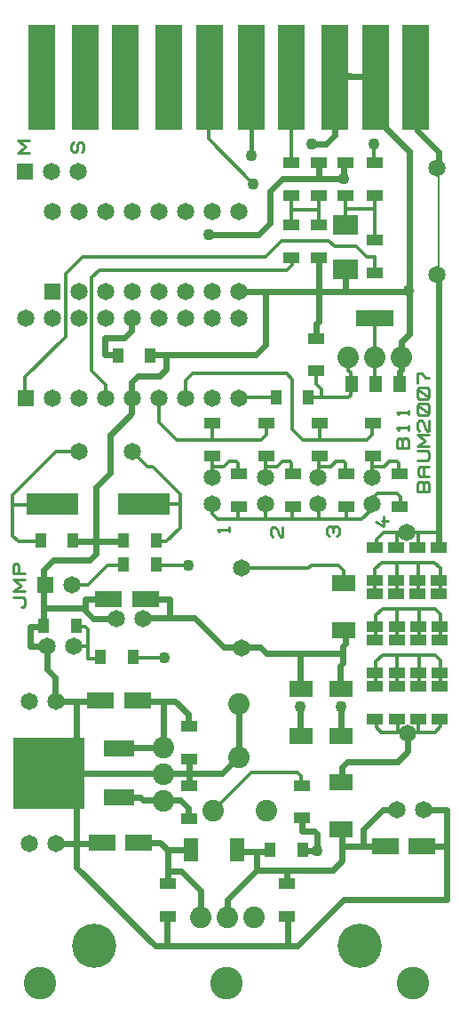
<source format=gbr>
*
%LPD*%
%LNtop*%
%FSLAX25Y25*%
%MOIN*%
%AD*%
%AD*%
%ADD10C,0.01*%
%ADD12C,0.122047244*%
%ADD13C,0.165354331*%
%ADD14C,0.080708661*%
%ADD17C,0.06496063*%
%ADD18R,0.06496063X0.06496063*%
%ADD20C,0.043307087*%
%ADD21C,0.023622047*%
%ADD22C,0.012795276*%
%ADD24R,0.102362205X0.393700787*%
%ADD25C,0.015748031*%
%ADD26R,0.059055118X0.039370079*%
%ADD27R,0.039370079X0.057086614*%
%ADD28R,0.047244094X0.059055118*%
%ADD29R,0.141732283X0.062992126*%
%ADD30R,0.094488189X0.07480315*%
%ADD31R,0.086614173X0.059055118*%
%ADD32R,0.098425197X0.062992126*%
%ADD33R,0.05511811X0.090551181*%
%ADD34R,0.118110236X0.062992126*%
%ADD35R,0.267716535X0.267716535*%
%ADD36R,0.196850394X0.078740157*%
%ADD37C,0.005*%
G4_NETID=0x54c0b2c0*
G54D17*
%SRX1Y1I0.0J0.0*%
G4_N42*
G1X-204848Y193846D3*
G4_N44*
G1X-194848Y193846D3*
G4_N45*
G1X-184848Y193846D3*
G4_N46*
G1X-174848Y193846D3*
G4_N47*
G1X-164848Y193846D3*
G4_N48*
G1X-154848Y193846D3*
G4_N49*
G1X-144848Y193846D3*
G4_N8*
G1X-134848Y193846D3*
G4_N35*
G54D18*
G1X-204848Y163846D3*
G4_N36*
G54D17*
G1X-194848Y163846D3*
G4_N37*
G1X-184848Y163846D3*
G4_N38*
G1X-174848Y163846D3*
G4_N39*
G1X-164848Y163846D3*
G4_N40*
G1X-154848Y163846D3*
G4_N41*
G1X-144848Y163846D3*
G4_N64*
G1X-134848Y163846D3*
G4_N36*
G1X-204848Y153846D3*
G4_N21*
G1X-194848Y153846D3*
G4_N22*
G1X-184848Y153846D3*
G4_N12*
G1X-174848Y153846D3*
G4_N38*
G1X-164848Y153846D3*
G4_N39*
G1X-154848Y153846D3*
G4_N40*
G1X-144848Y153846D3*
G4_N41*
G1X-134848Y153846D3*
G4_N13*
G1X-204848Y123846D3*
G4_N17*
G1X-194848Y123846D3*
G4_N25*
G1X-184848Y123846D3*
G4_N64*
G1X-174848Y123846D3*
G4_N26*
G1X-164848Y123846D3*
G4_N27*
G1X-154848Y123846D3*
G4_N19*
G1X-144848Y123846D3*
G4_N29*
G1X-134848Y123846D3*
G4_N43*
G1X-205040Y208859D3*
G4_N44*
G1X-195040Y208859D3*
G4_N42*
G54D18*
G1X-215040Y208859D3*
G4_N64*
G54D14*
G1X-73692Y139280D3*
G4_N18*
G1X-83692Y139280D3*
G4_N33*
G1X-93692Y139280D3*
G4_N28*
G54D17*
G1X-144908Y94272D3*
G4_N19*
G1X-144908Y84272D3*
G4_N30*
G1X-124906Y94272D3*
G4_N19*
G1X-124906Y84272D3*
G1X-104971Y84219D3*
G4_N31*
G1X-104971Y94219D3*
G4_N32*
G1X-84874Y94184D3*
G4_N19*
G1X-84874Y84184D3*
G4_N14*
G1X-71811Y73339D3*
G4_N11*
G1X-71568Y-1806D3*
G4_N2*
G1X-75450Y-30556D3*
G4_N64*
G1X-65450Y-30556D3*
G4_N14*
G54D20*
G1X-111663Y8155D3*
G4_N8*
G1X-96436Y8167D3*
G4_N3*
G1X-105540Y-45842D3*
G4_N13*
G1X-162617Y26445D3*
G4_N12*
G1X-153747Y61043D3*
G4_N64*
G1X-71042Y164215D3*
G4_N18*
G1X-129396Y204270D3*
G4_N9*
G1X-130065Y214947D3*
G4_N64*
G1X-107336Y219201D3*
G4_N50*
G1X-84047Y219104D3*
G4_N12*
G1X-95277Y206089D3*
G1X-146136Y185067D3*
G4_N14*
G54D17*
G1X-60311Y210206D3*
G1X-60311Y170206D3*
G4_N22*
G1X-174879Y103949D3*
G4_N21*
G1X-194879Y103949D3*
G4_N64*
G54D18*
G1X-207487Y53889D3*
G4_N17*
G54D17*
G1X-197487Y53889D3*
G4_N63*
G1X-196700Y30868D3*
G4_N64*
G1X-206700Y30868D3*
G1X-203543Y10002D3*
G4_N12*
G1X-213543Y10002D3*
G4_N9*
G1X-170744Y41025D3*
G4_N64*
G1X-180744Y41025D3*
G4_N12*
G54D14*
G1X-163044Y-7034D3*
G4_N64*
G1X-163044Y-17034D3*
G4_N9*
G1X-163044Y-27034D3*
G4_N10*
G1X-144594Y-30841D3*
G4_N64*
G1X-124594Y-30841D3*
G1X-134792Y-10768D3*
G1X-134792Y9232D3*
G4_N2*
G1X-139107Y-70765D3*
G4_N8*
G1X-149107Y-70765D3*
G4_N3*
G1X-129107Y-70765D3*
G4_N64*
G54D17*
G1X-203542Y-43118D3*
G4_N8*
G1X-213542Y-43118D3*
G4_N18*
G1X-133821Y60023D3*
G4_N9*
G1X-133821Y30023D3*
G4_N35*
G1X-214844Y153847D3*
G4_N24*
G54D18*
G1X-214844Y123847D3*
G4_N1*
G54D13*
G1X-189198Y-81372D3*
G4_N4*
G1X-89317Y-81371D3*
G4_N5*
G54D12*
G1X-209303Y-95600D3*
G4_N6*
G1X-139491Y-95617D3*
G4_N7*
G1X-69298Y-95600D3*
G4_N55*
G54D24*
G1X-208858Y244291D3*
G4_N56*
G1X-192520Y244291D3*
G4_N57*
G1X-177362Y244291D3*
G4_N58*
G1X-161024Y244291D3*
G4_N18*
G1X-145866Y244291D3*
G4_N9*
G1X-130118Y244291D3*
G4_N52*
G1X-114961Y244291D3*
G4_N64*
G1X-98622Y244291D3*
G1X-83465Y244291D3*
G4_N14*
G1X-68307Y244291D3*
G1X-93110Y244488D2*
G4_N64*
G54D21*
G1X-87992Y244488D1*
G1X-130118Y214961D2*
G4_N9*
G54D25*
G1X-130118Y226575D1*
G1X-129412Y204284D2*
G4_N18*
G54D22*
G1X-146254Y221126D1*
G1X-146254Y225132D1*
G1X-107359Y219203D2*
G4_N64*
G54D21*
G1X-102222Y219203D1*
G1X-98861Y222580D1*
G1X-98861Y226425D1*
G4_N51*
G54D26*
G1X-114961Y199803D3*
G4_N52*
G1X-114961Y212008D3*
G4_N51*
G1X-104921Y199803D3*
G4_N12*
G1X-104921Y212008D3*
G4_N53*
G1X-94882Y199802D3*
G4_N12*
G1X-94882Y212007D3*
G4_N53*
G1X-83859Y199801D3*
G4_N50*
G1X-83859Y212006D3*
G4_N25*
G1X-114961Y176575D3*
G4_N51*
G1X-114961Y188780D3*
G4_N64*
G1X-104921Y176575D3*
G4_N51*
G1X-104921Y188780D3*
G4_N24*
G1X-83661Y170866D3*
G4_N53*
G1X-83661Y183071D3*
G4_N33*
G1X-105709Y134055D3*
G4_N64*
G1X-105709Y146260D3*
G4_N32*
G1X-84449Y102165D3*
G4_N27*
G1X-84449Y114370D3*
G4_N31*
G1X-104528Y102165D3*
G4_N27*
G1X-104528Y114370D3*
G4_N30*
G1X-124606Y102165D3*
G4_N26*
G1X-124606Y114370D3*
G4_N28*
G1X-144685Y102165D3*
G4_N26*
G1X-144685Y114370D3*
G4_N33*
G54D27*
G1X-108661Y124213D3*
G4_N29*
G1X-120866Y124213D3*
G4_N33*
G54D28*
G1X-92520Y129134D3*
G4_N18*
G1X-83465Y129134D3*
G4_N64*
G1X-74409Y129134D3*
G54D27*
G1X-168024Y139764D3*
G4_N12*
G1X-180229Y139764D3*
G4_N18*
G54D29*
G1X-83661Y153740D3*
G4_N64*
G54D30*
G1X-94882Y172244D3*
G4_N53*
G1X-94882Y188780D3*
G4_N19*
G54D26*
G1X-74409Y83268D3*
G4_N32*
G1X-74409Y95472D3*
G4_N19*
G1X-94488Y83268D3*
G4_N31*
G1X-94488Y95472D3*
G4_N19*
G1X-114567Y83268D3*
G4_N30*
G1X-114567Y95472D3*
G4_N19*
G1X-134646Y83268D3*
G4_N28*
G1X-134646Y95472D3*
G4_N20*
G1X-83661Y55512D3*
G4_N14*
G1X-83661Y67717D3*
G4_N16*
G1X-83661Y38189D3*
G4_N20*
G1X-83661Y50394D3*
G4_N15*
G1X-83661Y20866D3*
G4_N16*
G1X-83661Y33071D3*
G4_N11*
G1X-83661Y3543D3*
G4_N15*
G1X-83661Y15748D3*
G4_N20*
G1X-75787Y55512D3*
G4_N14*
G1X-75787Y67717D3*
G4_N16*
G1X-75591Y38189D3*
G4_N20*
G1X-75787Y50394D3*
G4_N15*
G1X-75591Y20866D3*
G4_N16*
G1X-75591Y33071D3*
G4_N11*
G1X-75591Y3543D3*
G4_N15*
G1X-75591Y15748D3*
G4_N20*
G1X-67717Y55512D3*
G4_N14*
G1X-67717Y67717D3*
G4_N16*
G1X-67520Y38189D3*
G4_N20*
G1X-67717Y50394D3*
G4_N15*
G1X-67520Y20866D3*
G4_N16*
G1X-67520Y33071D3*
G4_N11*
G1X-67520Y3544D3*
G4_N15*
G1X-67520Y15748D3*
G4_N20*
G1X-59646Y55510D3*
G4_N14*
G1X-59646Y67715D3*
G4_N16*
G1X-59449Y38188D3*
G4_N20*
G1X-59646Y50392D3*
G4_N15*
G1X-59449Y20865D3*
G4_N16*
G1X-59449Y33069D3*
G4_N11*
G1X-59449Y3542D3*
G4_N15*
G1X-59449Y15747D3*
G4_N18*
G54D31*
G1X-95472Y54528D3*
G4_N9*
G1X-95472Y36811D3*
G1X-111417Y14961D3*
G4_N14*
G1X-111417Y-2756D3*
G4_N9*
G1X-96457Y14961D3*
G4_N8*
G1X-96457Y-2756D3*
G4_N11*
G1X-96457Y-20276D3*
G4_N2*
G1X-96457Y-37992D3*
G54D32*
G1X-79724Y-44291D3*
G4_N64*
G1X-65945Y-44291D3*
G4_N3*
G54D26*
G1X-111220Y-33661D3*
G4_N10*
G1X-111220Y-21457D3*
G4_N64*
G1X-116929Y-70472D3*
G4_N2*
G1X-116929Y-58268D3*
G4_N64*
G1X-161417Y-70472D3*
G4_N8*
G1X-161417Y-58268D3*
G4_N64*
G1X-153543Y-11417D3*
G4_N12*
G1X-153543Y787D3*
G4_N9*
G1X-153543Y-33858D3*
G4_N64*
G1X-153543Y-21654D3*
G4_N3*
G54D27*
G1X-110827Y-45669D3*
G4_N2*
G1X-123031Y-45669D3*
G4_N8*
G54D33*
G1X-152756Y-45669D3*
G4_N2*
G1X-135433Y-45669D3*
G4_N64*
G54D32*
G1X-186220Y-42913D3*
G4_N8*
G1X-172441Y-42913D3*
G4_N9*
G54D34*
G1X-179724Y-25787D3*
G4_N12*
G1X-179724Y-7677D3*
G4_N64*
G54D35*
G1X-206102Y-16732D3*
G54D32*
G1X-186614Y10433D3*
G4_N12*
G1X-172835Y10433D3*
G4_N64*
G1X-183661Y48425D3*
G4_N9*
G1X-169882Y48425D3*
G4_N13*
G54D27*
G1X-174606Y26772D3*
G4_N63*
G1X-186811Y26772D3*
G1X-195866Y38386D3*
G4_N64*
G1X-208071Y38386D3*
G1X-197047Y70472D3*
G4_N21*
G1X-209252Y70472D3*
G4_N22*
G1X-165748Y70472D3*
G4_N64*
G1X-177953Y70472D3*
G4_N12*
G1X-165748Y61614D3*
G4_N17*
G1X-177953Y61614D3*
G4_N22*
G54D36*
G1X-170276Y84252D3*
G4_N21*
G1X-204921Y84252D3*
G1X-115157Y212008D2*
G4_N52*
G54D22*
G1X-115157Y225591D1*
G1X-84055Y219094D2*
G4_N50*
G1X-84055Y212598D1*
G1X-95276Y210236D2*
G4_N12*
G54D21*
G1X-95276Y206102D1*
G1X-104724Y206102D1*
G1X-104724Y210827D1*
G1X-104724Y206102D2*
G1X-118504Y206102D1*
G1X-123031Y201575D1*
G1X-123031Y189567D1*
G1X-127559Y185039D1*
G1X-146063Y185039D1*
G1X-135236Y163780D2*
G4_N64*
G1X-70866Y163780D1*
G1X-70866Y216339D1*
G1X-80118Y225591D1*
G1X-70866Y163780D2*
G1X-70866Y147835D1*
G1X-73622Y145079D1*
G1X-73622Y139370D1*
G1X-105709Y146260D2*
G1X-105709Y151772D1*
G1X-104921Y152559D1*
G1X-104921Y176378D1*
G1X-94882Y168898D2*
G1X-94882Y164173D1*
G1X-124803Y162795D2*
G1X-124803Y143898D1*
G1X-128543Y140157D1*
G1X-167520Y140157D1*
G1X-162008Y139173D2*
G1X-162008Y134646D1*
G1X-164567Y132087D1*
G1X-172638Y132087D1*
G1X-175000Y129724D1*
G1X-175000Y118110D1*
G1X-182874Y110236D1*
G1X-183071Y110039D1*
G1X-183071Y95866D1*
G1X-188386Y90551D1*
G1X-188386Y70079D1*
G1X-195472Y70079D1*
G1X-188386Y70079D2*
G1X-179528Y70079D1*
G1X-188386Y70079D2*
G1X-188386Y65551D1*
G1X-190748Y63189D1*
G1X-204331Y63189D1*
G1X-207480Y60039D1*
G1X-208071Y59449D1*
G1X-208071Y37598D1*
G1X-208071Y38189D1*
G1X-212992Y38189D1*
G1X-212992Y30906D1*
G1X-206693Y30906D1*
G1X-206693Y22047D1*
G1X-203740Y19094D1*
G1X-203740Y10039D1*
G1X-187598Y10039D1*
G1X-195669Y10039D2*
G1X-195669Y-16535D1*
G1X-195669Y-43307D1*
G1X-203150Y-43307D1*
G1X-195669Y-43307D2*
G1X-188976Y-43307D1*
G1X-195669Y-43307D2*
G1X-195669Y-52165D1*
G1X-166142Y-81693D1*
G1X-161614Y-81693D1*
G1X-161614Y-71063D1*
G1X-161614Y-81693D2*
G1X-116339Y-81693D1*
G1X-116339Y-70669D1*
G1X-116339Y-81693D2*
G1X-112795Y-81693D1*
G1X-95276Y-64173D1*
G1X-56890Y-64173D1*
G1X-56890Y-44094D1*
G1X-61811Y-44094D1*
G1X-56890Y-44094D2*
G1X-56890Y-30512D1*
G1X-65551Y-30512D1*
G1X-75591Y-30512D2*
G4_N2*
G1X-80906Y-30512D1*
G1X-88189Y-37795D1*
G1X-88189Y-44094D1*
G1X-82874Y-44094D1*
G1X-88189Y-44094D2*
G1X-96063Y-44094D1*
G1X-96063Y-38583D1*
G1X-96063Y-44094D2*
G1X-96063Y-49606D1*
G1X-99606Y-53150D1*
G1X-116929Y-53150D1*
G1X-116929Y-57480D1*
G1X-116929Y-53150D2*
G1X-128150Y-53150D1*
G1X-128150Y-46063D1*
G1X-134055Y-46063D1*
G1X-127953Y-46063D2*
G1X-124016Y-46063D1*
G1X-128150Y-53150D2*
G1X-139173Y-64173D1*
G1X-139173Y-70866D1*
G1X-149213Y-70669D2*
G4_N8*
G1X-149213Y-60827D1*
G1X-156496Y-53543D1*
G1X-161417Y-53543D1*
G1X-161417Y-58071D1*
G1X-161417Y-53543D2*
G1X-161417Y-45669D1*
G1X-154528Y-45669D1*
G1X-161417Y-45669D2*
G1X-164370Y-42717D1*
G1X-168701Y-42717D1*
G1X-110630Y-45866D2*
G4_N3*
G1X-105512Y-45866D1*
G1X-105512Y-39370D1*
G1X-106496Y-38386D1*
G1X-111024Y-38386D1*
G1X-111024Y-35039D1*
G1X-153740Y-33661D2*
G4_N9*
G1X-153740Y-29921D1*
G1X-156693Y-26969D1*
G1X-170669Y-26969D1*
G1X-171654Y-25984D1*
G1X-176181Y-25984D1*
G1X-195669Y-16929D2*
G4_N64*
G1X-162992Y-16929D1*
G1X-153543Y-16929D1*
G1X-153543Y-12008D1*
G1X-153543Y-16929D2*
G1X-153543Y-21260D1*
G1X-153543Y-16929D2*
G1X-141142Y-16929D1*
G1X-134843Y-10630D1*
G1X-134843Y9252D1*
G1X-144685Y-31102D2*
G4_N10*
G54D22*
G1X-130118Y-16535D1*
G1X-112795Y-16535D1*
G1X-111417Y-17913D1*
G1X-111417Y-20472D1*
G1X-96260Y-20079D2*
G4_N11*
G54D21*
G1X-96260Y-14567D1*
G1X-94094Y-12402D1*
G1X-75197Y-12402D1*
G1X-71457Y-8661D1*
G1X-71457Y-1772D1*
G54D22*
G1X-71457Y-1378D1*
G1X-81496Y-1378D1*
G1X-83268Y394D1*
G1X-83268Y2756D1*
G1X-75000Y2953D2*
G1X-75000Y-1378D1*
G1X-67520Y2756D2*
G1X-67520Y-1378D1*
G1X-70866Y-1378D1*
G1X-61220Y-1378D1*
G1X-59055Y787D1*
G1X-59055Y3346D1*
G1X-83465Y15945D2*
G4_N15*
G1X-83465Y24016D1*
G1X-83465Y25000D1*
G1X-80906Y27559D1*
G1X-61220Y27559D1*
G1X-59055Y25394D1*
G1X-59055Y15354D1*
G1X-75394Y27362D2*
G1X-75394Y15748D1*
G1X-67126Y27362D2*
G1X-67126Y15945D1*
G1X-83465Y33268D2*
G4_N16*
G1X-83465Y41339D1*
G1X-83465Y42323D1*
G1X-80906Y44882D1*
G1X-61220Y44882D1*
G1X-59055Y42717D1*
G1X-59055Y32677D1*
G1X-75394Y44685D2*
G1X-75394Y33071D1*
G1X-67126Y44685D2*
G1X-67126Y33268D1*
G1X-83661Y50591D2*
G4_N20*
G1X-83661Y58661D1*
G1X-83661Y59646D1*
G1X-81102Y62205D1*
G1X-61417Y62205D1*
G1X-59252Y60039D1*
G1X-59252Y50000D1*
G1X-75591Y62008D2*
G1X-75591Y50394D1*
G1X-67323Y62008D2*
G1X-67323Y50591D1*
G1X-83071Y67520D2*
G4_N14*
G1X-83071Y70669D1*
G1X-80315Y73425D1*
G1X-72047Y73425D1*
G1X-75394Y73425D2*
G1X-75394Y68701D1*
G1X-72047Y73425D2*
G1X-67520Y73425D1*
G1X-67520Y68701D1*
G1X-67520Y73425D2*
G1X-59252Y73425D1*
G1X-59779Y68192D2*
G54D21*
G1X-59767Y170098D1*
G54D37*
G1X-59768Y210216D1*
G54D21*
G1X-59767Y215984D1*
G1X-67887Y224103D1*
G1X-67887Y226877D1*
G1X-83858Y182677D2*
G4_N53*
G54D22*
G1X-83858Y199803D1*
G1X-83858Y194685D2*
G1X-94882Y194685D1*
G1X-94882Y199016D1*
G1X-94882Y189173D1*
G1X-104921Y188780D2*
G4_N51*
G1X-104921Y199803D1*
G1X-105315Y194488D2*
G1X-114961Y194488D1*
G1X-114961Y188780D1*
G1X-114961Y194488D2*
G1X-114961Y199803D1*
G1X-83858Y170669D2*
G4_N24*
G1X-83858Y176772D1*
G1X-86811Y176772D1*
G1X-90748Y180709D1*
G1X-98819Y180709D1*
G1X-100984Y182874D1*
G1X-118701Y182874D1*
G1X-124803Y176772D1*
G1X-193504Y176772D1*
G1X-199803Y170472D1*
G1X-199803Y146850D1*
G1X-214961Y131693D1*
G1X-214961Y123819D1*
G1X-184843Y123819D2*
G4_N25*
G1X-184843Y128937D1*
G1X-189961Y154528D2*
G1X-189961Y134055D1*
G1X-184843Y128937D1*
G1X-184843Y128740D1*
G1X-189961Y154528D2*
G1X-189961Y169094D1*
G1X-187205Y171850D1*
G1X-116732Y171850D1*
G1X-114764Y173819D1*
G1X-114764Y176378D1*
G1X-83661Y129921D2*
G4_N18*
G1X-83661Y151969D1*
G1X-93701Y139173D2*
G4_N33*
G1X-93701Y134252D1*
G1X-92913Y133465D1*
G1X-92913Y124803D1*
G1X-93701Y124016D1*
G1X-108268Y124016D1*
G1X-103740Y124213D2*
G1X-103740Y127165D1*
G1X-105709Y129134D1*
G1X-105709Y132874D1*
G1X-73622Y139370D2*
G4_N64*
G54D21*
G1X-73622Y134449D1*
G1X-74409Y133661D1*
G1X-74409Y129528D1*
G1X-104528Y114173D2*
G4_N27*
G54D22*
G1X-104528Y108071D1*
G1X-86614Y108071D1*
G1X-84646Y110039D1*
G1X-84646Y113583D1*
G1X-104528Y108071D2*
G1X-110630Y108071D1*
G1X-114764Y112205D1*
G1X-114764Y130906D1*
G1X-116929Y133071D1*
G1X-152165Y133071D1*
G1X-154921Y130315D1*
G1X-154921Y123819D1*
G1X-144882Y113780D2*
G4_N26*
G1X-144882Y108268D1*
G1X-126378Y108268D1*
G1X-124606Y110039D1*
G1X-124606Y113189D1*
G1X-144882Y108268D2*
G1X-158268Y108268D1*
G1X-164764Y114764D1*
G1X-164764Y124016D1*
G1X-134646Y124016D2*
G4_N29*
G1X-120669Y124016D1*
G1X-144882Y94291D2*
G4_N28*
G1X-144882Y102362D1*
G1X-144882Y98228D2*
G1X-140354Y98228D1*
G1X-138583Y100000D1*
G1X-135630Y100000D1*
G1X-135039Y99409D1*
G1X-135039Y95866D1*
G1X-124803Y94291D2*
G4_N30*
G1X-124803Y102362D1*
G1X-124803Y98228D2*
G1X-120276Y98228D1*
G1X-118504Y100000D1*
G1X-115551Y100000D1*
G1X-114961Y99409D1*
G1X-114961Y95866D1*
G1X-104724Y94291D2*
G4_N31*
G1X-104724Y102362D1*
G1X-104724Y98228D2*
G1X-100197Y98228D1*
G1X-98425Y100000D1*
G1X-95472Y100000D1*
G1X-94882Y99409D1*
G1X-94882Y95866D1*
G1X-84646Y94291D2*
G4_N32*
G1X-84646Y102362D1*
G1X-84646Y98228D2*
G1X-80118Y98228D1*
G1X-78346Y100000D1*
G1X-75394Y100000D1*
G1X-74803Y99409D1*
G1X-74803Y95866D1*
G1X-74213Y83071D2*
G4_N19*
G1X-74213Y86811D1*
G1X-75591Y88189D1*
G1X-82677Y88189D1*
G1X-84843Y86024D1*
G1X-84843Y84252D1*
G1X-84843Y83071D1*
G1X-84843Y82283D1*
G1X-88780Y78346D1*
G1X-94291Y78346D1*
G1X-94291Y82480D1*
G1X-94291Y78346D2*
G1X-104724Y78346D1*
G1X-104724Y84055D1*
G1X-104724Y78346D2*
G1X-114764Y78346D1*
G1X-114764Y83268D1*
G1X-114764Y78346D2*
G1X-124803Y78346D1*
G1X-124803Y84055D1*
G1X-124803Y78346D2*
G1X-135039Y78346D1*
G1X-135039Y82087D1*
G1X-135039Y78346D2*
G1X-142913Y78346D1*
G1X-144882Y80315D1*
G1X-144882Y84646D1*
G1X-153740Y61220D2*
G4_N12*
G1X-164764Y61220D1*
G1X-133858Y60039D2*
G4_N18*
G1X-108661Y60039D1*
G1X-107480Y61220D1*
G1X-97835Y61220D1*
G1X-97441Y61220D1*
G1X-95472Y59252D1*
G1X-95472Y55906D1*
G1X-197638Y53937D2*
G4_N17*
G1X-191339Y53937D1*
G1X-184252Y61024D1*
G1X-178150Y61024D1*
G1X-165551Y70079D2*
G4_N22*
G1X-162008Y70079D1*
G1X-156890Y75197D1*
G1X-156890Y84055D1*
G1X-161024Y84055D1*
G1X-156890Y84055D2*
G1X-156890Y87795D1*
G1X-166929Y97835D1*
G1X-167323Y98228D1*
G1X-169094Y98228D1*
G1X-174803Y103937D1*
G1X-195079Y103937D2*
G4_N21*
G1X-203346Y103937D1*
G1X-219685Y87598D1*
G1X-219685Y83858D1*
G1X-214173Y83858D1*
G1X-219685Y83858D2*
G1X-219685Y72244D1*
G1X-217520Y70079D1*
G1X-210630Y70079D1*
G1X-207087Y45079D2*
G4_N64*
G54D21*
G1X-192323Y45079D1*
G1X-192323Y48425D1*
G1X-188386Y48425D1*
G1X-192323Y45079D2*
G1X-192323Y44094D1*
G1X-189370Y41142D1*
G1X-180709Y41142D1*
G1X-196654Y30906D2*
G4_N63*
G54D22*
G1X-191535Y30906D1*
G1X-191535Y26181D1*
G1X-187402Y26181D1*
G1X-191535Y30906D2*
G1X-191535Y37205D1*
G1X-192520Y38189D1*
G1X-194291Y38189D1*
G1X-164173Y26378D2*
G4_N13*
G1X-172835Y26378D1*
G1X-175591Y-7283D2*
G4_N12*
G54D21*
G1X-163189Y-7283D1*
G1X-163189Y10236D1*
G1X-168307Y10236D1*
G1X-163189Y10236D2*
G1X-158661Y10236D1*
G1X-153740Y5315D1*
G1X-153740Y984D1*
G1X-111614Y8071D2*
G4_N14*
G1X-111614Y-1575D1*
G1X-96457Y8071D2*
G4_N8*
G1X-96457Y-2953D1*
G1X-111614Y15157D2*
G4_N9*
G1X-111614Y28150D1*
G1X-124606Y28150D1*
G1X-126772Y30315D1*
G1X-140354Y30315D1*
G1X-151378Y41339D1*
G1X-171063Y41339D1*
G1X-160827Y41535D2*
G1X-160827Y48425D1*
G1X-166142Y48425D1*
G1X-111614Y28150D2*
G1X-95669Y28150D1*
G1X-95669Y30906D1*
G1X-94685Y31890D1*
G1X-94685Y35630D1*
G1X-95669Y28150D2*
G1X-95669Y24606D1*
G1X-95669Y24409D1*
G1X-96654Y23425D1*
G1X-96654Y15748D1*
G1X-180315Y140157D2*
G4_N12*
G1X-185236Y140157D1*
G1X-185236Y146457D1*
G1X-177756Y146457D1*
G1X-175197Y149016D1*
G1X-175197Y153543D1*
G1X-75591Y108219D2*
G4_N-1*
G54D10*
G1X-74852Y108957D1*
G1X-74114Y108957D1*
G1X-73376Y108219D1*
G1X-72638Y108957D1*
G1X-71900Y108957D1*
G1X-71161Y108219D1*
G1X-75591Y105266D2*
G1X-71161Y105266D1*
G1X-73376Y108219D2*
G1X-73376Y105266D1*
G1X-75591Y105266D2*
G1X-75591Y108219D1*
G1X-71161Y108219D2*
G1X-71161Y105266D1*
G1X-75591Y112648D2*
G1X-71161Y112648D1*
G1X-71161Y111909D2*
G1X-71161Y113386D1*
G1X-75591Y112648D2*
G1X-74852Y111909D1*
G1X-75591Y118553D2*
G1X-71161Y118553D1*
G1X-71161Y117815D2*
G1X-71161Y119291D1*
G1X-75591Y118553D2*
G1X-74852Y117815D1*
G1X-67717Y91683D2*
G1X-66978Y92421D1*
G1X-66240Y92421D1*
G1X-65502Y91683D1*
G1X-64764Y92421D1*
G1X-64026Y92421D1*
G1X-63287Y91683D1*
G1X-67717Y88730D2*
G1X-63287Y88730D1*
G1X-65502Y91683D2*
G1X-65502Y88730D1*
G1X-67717Y88730D2*
G1X-67717Y91683D1*
G1X-63287Y91683D2*
G1X-63287Y88730D1*
G1X-67717Y100541D2*
G1X-64026Y100541D1*
G1X-63287Y101280D1*
G1X-63287Y103494D1*
G1X-64026Y104232D1*
G1X-67717Y104232D1*
G1X-63287Y110138D2*
G1X-67717Y110138D1*
G1X-67717Y105709D2*
G1X-63287Y105709D1*
G1X-67717Y105709D2*
G1X-64764Y107923D1*
G1X-67717Y110138D1*
G1X-66978Y111614D2*
G1X-67717Y112352D1*
G1X-67717Y114567D1*
G1X-66978Y115305D1*
G1X-66240Y115305D1*
G1X-65502Y114567D1*
G1X-64764Y112352D1*
G1X-64026Y111614D1*
G1X-63287Y111614D1*
G1X-63287Y115305D1*
G1X-67717Y118258D2*
G1X-67717Y121211D1*
G1X-66978Y121949D1*
G1X-64026Y121949D1*
G1X-63287Y121211D1*
G1X-63287Y118258D1*
G1X-64026Y117520D1*
G1X-66978Y117520D1*
G1X-67717Y118258D1*
G1X-67717Y121211D2*
G1X-63287Y118258D1*
G1X-67717Y124163D2*
G1X-67717Y127116D1*
G1X-66978Y127854D1*
G1X-64026Y127854D1*
G1X-63287Y127116D1*
G1X-63287Y124163D1*
G1X-64026Y123425D1*
G1X-66978Y123425D1*
G1X-67717Y124163D1*
G1X-67717Y127116D2*
G1X-63287Y124163D1*
G1X-67717Y129331D2*
G1X-67717Y133022D1*
G1X-66240Y133022D1*
G1X-64764Y131545D1*
G1X-63287Y131545D1*
G1X-142827Y74576D2*
G1X-138398Y74576D1*
G1X-138398Y73837D2*
G1X-138398Y75314D1*
G1X-142827Y74576D2*
G1X-142089Y73837D1*
G1X-122044Y71904D2*
G1X-122782Y72642D1*
G1X-122782Y74857D1*
G1X-122044Y75595D1*
G1X-121306Y75595D1*
G1X-120568Y74857D1*
G1X-119830Y72642D1*
G1X-119091Y71904D1*
G1X-118353Y71904D1*
G1X-118353Y75595D1*
G1X-100914Y72017D2*
G1X-101652Y72755D1*
G1X-101652Y74970D1*
G1X-100914Y75708D1*
G1X-100176Y75708D1*
G1X-99438Y74970D1*
G1X-99438Y73493D2*
G1X-99438Y74970D1*
G1X-98699Y75708D1*
G1X-97961Y75708D1*
G1X-97223Y74970D1*
G1X-97223Y72755D1*
G1X-97961Y72017D1*
G1X-80514Y79492D2*
G4_N23*
G1X-80514Y75815D1*
G1X-83599Y77624D1*
G1X-81173Y77852D2*
G1X-78848Y77852D1*
G1X-63279Y98201D2*
G4_N34*
G1X-66663Y98201D1*
G1X-67543Y97321D1*
G1X-67543Y95206D1*
G1X-66917Y94581D1*
G1X-63279Y94581D1*
G1X-65292Y94648D2*
G1X-65292Y97677D1*
G1X-219517Y49175D2*
G4_N-1*
G1X-215826Y49175D1*
G1X-215088Y48437D1*
G1X-215088Y46223D1*
G1X-215826Y45484D1*
G1X-216564Y45484D1*
G1X-215088Y55819D2*
G1X-219517Y55819D1*
G1X-219517Y51390D2*
G1X-215088Y51390D1*
G1X-219517Y51390D2*
G1X-216564Y53605D1*
G1X-219517Y55819D1*
G1X-219517Y60986D2*
G1X-218779Y61725D1*
G1X-218041Y61725D1*
G1X-217302Y60986D1*
G1X-219517Y58034D2*
G1X-215088Y58034D1*
G1X-219517Y60986D2*
G1X-219517Y58034D1*
G1X-217302Y60986D2*
G1X-217302Y58034D1*
G1X-213342Y220373D2*
G1X-217771Y220373D1*
G1X-217771Y215944D2*
G1X-213342Y215944D1*
G1X-217771Y215944D2*
G1X-214818Y218159D1*
G1X-217771Y220373D1*
G1X-196890Y219669D2*
G1X-197628Y218931D1*
G1X-197628Y216717D1*
G1X-196890Y215978D1*
G1X-196152Y215978D1*
G1X-194675Y219669D2*
G1X-193937Y219669D1*
G1X-193199Y218931D1*
G1X-193199Y216717D1*
G1X-193937Y215978D1*
G1X-196152Y215978D2*
G1X-195413Y216717D1*
G1X-195413Y218931D1*
G1X-194675Y219669D1*
G1X-94751Y243921D2*
G4_N64*
G54D22*
G1X-92797Y243921D1*
G1X-92805Y245035D2*
G1X-94662Y245035D1*
M2*

</source>
